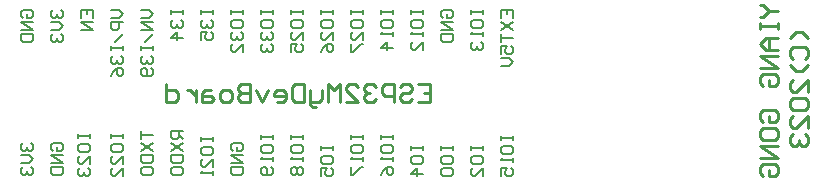
<source format=gbo>
G04*
G04 #@! TF.GenerationSoftware,Altium Limited,Altium Designer,23.1.1 (15)*
G04*
G04 Layer_Color=32896*
%FSLAX44Y44*%
%MOMM*%
G71*
G04*
G04 #@! TF.SameCoordinates,EB36885D-2DDF-469F-ABB7-EBECF6A50CA0*
G04*
G04*
G04 #@! TF.FilePolarity,Positive*
G04*
G01*
G75*
%ADD14C,0.1524*%
%ADD51C,0.2540*%
D14*
X37002Y51141D02*
X35309Y52834D01*
Y56219D01*
X37002Y57912D01*
X43773D01*
X45466Y56219D01*
Y52834D01*
X43773Y51141D01*
X40388D01*
Y54526D01*
X45466Y47755D02*
X35309D01*
X45466Y40984D01*
X35309D01*
Y37599D02*
X45466D01*
Y32520D01*
X43773Y30827D01*
X37002D01*
X35309Y32520D01*
Y37599D01*
X58169Y66294D02*
Y62908D01*
Y64601D01*
X68326D01*
Y66294D01*
Y62908D01*
X58169Y52752D02*
Y56137D01*
X59862Y57830D01*
X66633D01*
X68326Y56137D01*
Y52752D01*
X66633Y51059D01*
X59862D01*
X58169Y52752D01*
X68326Y40902D02*
Y47673D01*
X61555Y40902D01*
X59862D01*
X58169Y42595D01*
Y45981D01*
X59862Y47673D01*
Y37517D02*
X58169Y35824D01*
Y32438D01*
X59862Y30745D01*
X61555D01*
X63248Y32438D01*
Y34131D01*
Y32438D01*
X64940Y30745D01*
X66633D01*
X68326Y32438D01*
Y35824D01*
X66633Y37517D01*
X11602Y57912D02*
X9909Y56219D01*
Y52834D01*
X11602Y51141D01*
X13295D01*
X14988Y52834D01*
Y54526D01*
Y52834D01*
X16680Y51141D01*
X18373D01*
X20066Y52834D01*
Y56219D01*
X18373Y57912D01*
X9909Y47755D02*
X16680D01*
X20066Y44370D01*
X16680Y40984D01*
X9909D01*
X11602Y37599D02*
X9909Y35906D01*
Y32520D01*
X11602Y30827D01*
X13295D01*
X14988Y32520D01*
Y34213D01*
Y32520D01*
X16680Y30827D01*
X18373D01*
X20066Y32520D01*
Y35906D01*
X18373Y37599D01*
X86109Y66294D02*
Y62908D01*
Y64601D01*
X96266D01*
Y66294D01*
Y62908D01*
X86109Y52752D02*
Y56137D01*
X87802Y57830D01*
X94573D01*
X96266Y56137D01*
Y52752D01*
X94573Y51059D01*
X87802D01*
X86109Y52752D01*
X96266Y40902D02*
Y47673D01*
X89495Y40902D01*
X87802D01*
X86109Y42595D01*
Y45981D01*
X87802Y47673D01*
X96266Y30745D02*
Y37517D01*
X89495Y30745D01*
X87802D01*
X86109Y32438D01*
Y35824D01*
X87802Y37517D01*
X416309Y64516D02*
Y61130D01*
Y62823D01*
X426466D01*
Y64516D01*
Y61130D01*
X416309Y50974D02*
Y54359D01*
X418002Y56052D01*
X424773D01*
X426466Y54359D01*
Y50974D01*
X424773Y49281D01*
X418002D01*
X416309Y50974D01*
X426466Y45895D02*
Y42510D01*
Y44203D01*
X416309D01*
X418002Y45895D01*
X416309Y30660D02*
Y37431D01*
X421388D01*
X419695Y34046D01*
Y32353D01*
X421388Y30660D01*
X424773D01*
X426466Y32353D01*
Y35739D01*
X424773Y37431D01*
X314709Y64770D02*
Y61384D01*
Y63077D01*
X324866D01*
Y64770D01*
Y61384D01*
X314709Y51228D02*
Y54613D01*
X316402Y56306D01*
X323173D01*
X324866Y54613D01*
Y51228D01*
X323173Y49535D01*
X316402D01*
X314709Y51228D01*
X324866Y46149D02*
Y42764D01*
Y44457D01*
X314709D01*
X316402Y46149D01*
X314709Y30914D02*
X316402Y34300D01*
X319788Y37685D01*
X323173D01*
X324866Y35993D01*
Y32607D01*
X323173Y30914D01*
X321480D01*
X319788Y32607D01*
Y37685D01*
X340109Y56134D02*
Y52748D01*
Y54441D01*
X350266D01*
Y56134D01*
Y52748D01*
X340109Y42592D02*
Y45977D01*
X341802Y47670D01*
X348573D01*
X350266Y45977D01*
Y42592D01*
X348573Y40899D01*
X341802D01*
X340109Y42592D01*
X350266Y32435D02*
X340109D01*
X345188Y37513D01*
Y30742D01*
X365509Y56134D02*
Y52748D01*
Y54441D01*
X375666D01*
Y56134D01*
Y52748D01*
X365509Y42592D02*
Y45977D01*
X367202Y47670D01*
X373973D01*
X375666Y45977D01*
Y42592D01*
X373973Y40899D01*
X367202D01*
X365509Y42592D01*
X367202Y37513D02*
X365509Y35821D01*
Y32435D01*
X367202Y30742D01*
X373973D01*
X375666Y32435D01*
Y35821D01*
X373973Y37513D01*
X367202D01*
X390909Y56134D02*
Y52748D01*
Y54441D01*
X401066D01*
Y56134D01*
Y52748D01*
X390909Y42592D02*
Y45977D01*
X392602Y47670D01*
X399373D01*
X401066Y45977D01*
Y42592D01*
X399373Y40899D01*
X392602D01*
X390909Y42592D01*
X401066Y30742D02*
Y37513D01*
X394295Y30742D01*
X392602D01*
X390909Y32435D01*
Y35821D01*
X392602Y37513D01*
X213109Y64770D02*
Y61384D01*
Y63077D01*
X223266D01*
Y64770D01*
Y61384D01*
X213109Y51228D02*
Y54613D01*
X214802Y56306D01*
X221573D01*
X223266Y54613D01*
Y51228D01*
X221573Y49535D01*
X214802D01*
X213109Y51228D01*
X223266Y46149D02*
Y42764D01*
Y44457D01*
X213109D01*
X214802Y46149D01*
X221573Y37685D02*
X223266Y35993D01*
Y32607D01*
X221573Y30914D01*
X214802D01*
X213109Y32607D01*
Y35993D01*
X214802Y37685D01*
X216495D01*
X218188Y35993D01*
Y30914D01*
X238509Y64770D02*
Y61384D01*
Y63077D01*
X248666D01*
Y64770D01*
Y61384D01*
X238509Y51228D02*
Y54613D01*
X240202Y56306D01*
X246973D01*
X248666Y54613D01*
Y51228D01*
X246973Y49535D01*
X240202D01*
X238509Y51228D01*
X248666Y46149D02*
Y42764D01*
Y44457D01*
X238509D01*
X240202Y46149D01*
Y37685D02*
X238509Y35993D01*
Y32607D01*
X240202Y30914D01*
X241895D01*
X243588Y32607D01*
X245280Y30914D01*
X246973D01*
X248666Y32607D01*
Y35993D01*
X246973Y37685D01*
X245280D01*
X243588Y35993D01*
X241895Y37685D01*
X240202D01*
X243588Y35993D02*
Y32607D01*
X263909Y56134D02*
Y52748D01*
Y54441D01*
X274066D01*
Y56134D01*
Y52748D01*
X263909Y42592D02*
Y45977D01*
X265602Y47670D01*
X272373D01*
X274066Y45977D01*
Y42592D01*
X272373Y40899D01*
X265602D01*
X263909Y42592D01*
Y30742D02*
Y37513D01*
X268988D01*
X267295Y34128D01*
Y32435D01*
X268988Y30742D01*
X272373D01*
X274066Y32435D01*
Y35821D01*
X272373Y37513D01*
X289309Y64770D02*
Y61384D01*
Y63077D01*
X299466D01*
Y64770D01*
Y61384D01*
X289309Y51228D02*
Y54613D01*
X291002Y56306D01*
X297773D01*
X299466Y54613D01*
Y51228D01*
X297773Y49535D01*
X291002D01*
X289309Y51228D01*
X299466Y46149D02*
Y42764D01*
Y44457D01*
X289309D01*
X291002Y46149D01*
X289309Y37685D02*
Y30914D01*
X291002D01*
X297773Y37685D01*
X299466D01*
X111509Y68072D02*
Y61301D01*
Y64686D01*
X121666D01*
X111509Y57915D02*
X121666Y51144D01*
X111509D02*
X121666Y57915D01*
X111509Y47759D02*
X121666D01*
Y42680D01*
X119973Y40987D01*
X113202D01*
X111509Y42680D01*
Y47759D01*
X113202Y37602D02*
X111509Y35909D01*
Y32524D01*
X113202Y30831D01*
X119973D01*
X121666Y32524D01*
Y35909D01*
X119973Y37602D01*
X113202D01*
X147066Y68072D02*
X136909D01*
Y62994D01*
X138602Y61301D01*
X141988D01*
X143680Y62994D01*
Y68072D01*
Y64686D02*
X147066Y61301D01*
X136909Y57915D02*
X147066Y51144D01*
X136909D02*
X147066Y57915D01*
X136909Y47759D02*
X147066D01*
Y42680D01*
X145373Y40987D01*
X138602D01*
X136909Y42680D01*
Y47759D01*
X138602Y37602D02*
X136909Y35909D01*
Y32524D01*
X138602Y30831D01*
X145373D01*
X147066Y32524D01*
Y35909D01*
X145373Y37602D01*
X138602D01*
X162309Y62992D02*
Y59606D01*
Y61299D01*
X172466D01*
Y62992D01*
Y59606D01*
X162309Y49450D02*
Y52835D01*
X164002Y54528D01*
X170773D01*
X172466Y52835D01*
Y49450D01*
X170773Y47757D01*
X164002D01*
X162309Y49450D01*
X172466Y37600D02*
Y44371D01*
X165695Y37600D01*
X164002D01*
X162309Y39293D01*
Y42679D01*
X164002Y44371D01*
X172466Y34215D02*
Y30829D01*
Y32522D01*
X162309D01*
X164002Y34215D01*
X189402Y51141D02*
X187709Y52834D01*
Y56219D01*
X189402Y57912D01*
X196173D01*
X197866Y56219D01*
Y52834D01*
X196173Y51141D01*
X192788D01*
Y54526D01*
X197866Y47755D02*
X187709D01*
X197866Y40984D01*
X187709D01*
Y37599D02*
X197866D01*
Y32520D01*
X196173Y30827D01*
X189402D01*
X187709Y32520D01*
Y37599D01*
X416309Y164425D02*
Y171196D01*
X426466D01*
Y164425D01*
X421388Y171196D02*
Y167810D01*
X416309Y161039D02*
X426466Y154268D01*
X416309D02*
X426466Y161039D01*
X416309Y150883D02*
Y144111D01*
Y147497D01*
X426466D01*
X416309Y133955D02*
Y140726D01*
X421388D01*
X419695Y137340D01*
Y135647D01*
X421388Y133955D01*
X424773D01*
X426466Y135647D01*
Y139033D01*
X424773Y140726D01*
X416309Y130569D02*
X423080D01*
X426466Y127184D01*
X423080Y123798D01*
X416309D01*
X314709Y171196D02*
Y167810D01*
Y169503D01*
X324866D01*
Y171196D01*
Y167810D01*
X314709Y157654D02*
Y161039D01*
X316402Y162732D01*
X323173D01*
X324866Y161039D01*
Y157654D01*
X323173Y155961D01*
X316402D01*
X314709Y157654D01*
X324866Y152575D02*
Y149190D01*
Y150883D01*
X314709D01*
X316402Y152575D01*
X324866Y139033D02*
X314709D01*
X319788Y144111D01*
Y137340D01*
X340109Y171196D02*
Y167810D01*
Y169503D01*
X350266D01*
Y171196D01*
Y167810D01*
X340109Y157654D02*
Y161039D01*
X341802Y162732D01*
X348573D01*
X350266Y161039D01*
Y157654D01*
X348573Y155961D01*
X341802D01*
X340109Y157654D01*
X350266Y152575D02*
Y149190D01*
Y150883D01*
X340109D01*
X341802Y152575D01*
X350266Y137340D02*
Y144111D01*
X343495Y137340D01*
X341802D01*
X340109Y139033D01*
Y142419D01*
X341802Y144111D01*
X367202Y164425D02*
X365509Y166118D01*
Y169503D01*
X367202Y171196D01*
X373973D01*
X375666Y169503D01*
Y166118D01*
X373973Y164425D01*
X370588D01*
Y167810D01*
X375666Y161039D02*
X365509D01*
X375666Y154268D01*
X365509D01*
Y150883D02*
X375666D01*
Y145804D01*
X373973Y144111D01*
X367202D01*
X365509Y145804D01*
Y150883D01*
X390909Y171196D02*
Y167810D01*
Y169503D01*
X401066D01*
Y171196D01*
Y167810D01*
X390909Y157654D02*
Y161039D01*
X392602Y162732D01*
X399373D01*
X401066Y161039D01*
Y157654D01*
X399373Y155961D01*
X392602D01*
X390909Y157654D01*
X401066Y152575D02*
Y149190D01*
Y150883D01*
X390909D01*
X392602Y152575D01*
Y144111D02*
X390909Y142419D01*
Y139033D01*
X392602Y137340D01*
X394295D01*
X395988Y139033D01*
Y140726D01*
Y139033D01*
X397680Y137340D01*
X399373D01*
X401066Y139033D01*
Y142419D01*
X399373Y144111D01*
X213109Y171196D02*
Y167810D01*
Y169503D01*
X223266D01*
Y171196D01*
Y167810D01*
X213109Y157654D02*
Y161039D01*
X214802Y162732D01*
X221573D01*
X223266Y161039D01*
Y157654D01*
X221573Y155961D01*
X214802D01*
X213109Y157654D01*
X214802Y152575D02*
X213109Y150883D01*
Y147497D01*
X214802Y145804D01*
X216495D01*
X218188Y147497D01*
Y149190D01*
Y147497D01*
X219880Y145804D01*
X221573D01*
X223266Y147497D01*
Y150883D01*
X221573Y152575D01*
X214802Y142419D02*
X213109Y140726D01*
Y137340D01*
X214802Y135647D01*
X216495D01*
X218188Y137340D01*
Y139033D01*
Y137340D01*
X219880Y135647D01*
X221573D01*
X223266Y137340D01*
Y140726D01*
X221573Y142419D01*
X238509Y171196D02*
Y167810D01*
Y169503D01*
X248666D01*
Y171196D01*
Y167810D01*
X238509Y157654D02*
Y161039D01*
X240202Y162732D01*
X246973D01*
X248666Y161039D01*
Y157654D01*
X246973Y155961D01*
X240202D01*
X238509Y157654D01*
X248666Y145804D02*
Y152575D01*
X241895Y145804D01*
X240202D01*
X238509Y147497D01*
Y150883D01*
X240202Y152575D01*
X238509Y135647D02*
Y142419D01*
X243588D01*
X241895Y139033D01*
Y137340D01*
X243588Y135647D01*
X246973D01*
X248666Y137340D01*
Y140726D01*
X246973Y142419D01*
X263909Y171196D02*
Y167810D01*
Y169503D01*
X274066D01*
Y171196D01*
Y167810D01*
X263909Y157654D02*
Y161039D01*
X265602Y162732D01*
X272373D01*
X274066Y161039D01*
Y157654D01*
X272373Y155961D01*
X265602D01*
X263909Y157654D01*
X274066Y145804D02*
Y152575D01*
X267295Y145804D01*
X265602D01*
X263909Y147497D01*
Y150883D01*
X265602Y152575D01*
X263909Y135647D02*
X265602Y139033D01*
X268988Y142419D01*
X272373D01*
X274066Y140726D01*
Y137340D01*
X272373Y135647D01*
X270680D01*
X268988Y137340D01*
Y142419D01*
X289309Y171196D02*
Y167810D01*
Y169503D01*
X299466D01*
Y171196D01*
Y167810D01*
X289309Y157654D02*
Y161039D01*
X291002Y162732D01*
X297773D01*
X299466Y161039D01*
Y157654D01*
X297773Y155961D01*
X291002D01*
X289309Y157654D01*
X299466Y145804D02*
Y152575D01*
X292695Y145804D01*
X291002D01*
X289309Y147497D01*
Y150883D01*
X291002Y152575D01*
X289309Y142419D02*
Y135647D01*
X291002D01*
X297773Y142419D01*
X299466D01*
X111509Y171196D02*
X118280D01*
X121666Y167810D01*
X118280Y164425D01*
X111509D01*
X121666Y161039D02*
X111509D01*
X121666Y154268D01*
X111509D01*
X121666Y150883D02*
X114895Y144111D01*
X111509Y140726D02*
Y137340D01*
Y139033D01*
X121666D01*
Y140726D01*
Y137340D01*
X113202Y132262D02*
X111509Y130569D01*
Y127184D01*
X113202Y125491D01*
X114895D01*
X116588Y127184D01*
Y128876D01*
Y127184D01*
X118280Y125491D01*
X119973D01*
X121666Y127184D01*
Y130569D01*
X119973Y132262D01*
Y122105D02*
X121666Y120412D01*
Y117027D01*
X119973Y115334D01*
X113202D01*
X111509Y117027D01*
Y120412D01*
X113202Y122105D01*
X114895D01*
X116588Y120412D01*
Y115334D01*
X136909Y171196D02*
Y167810D01*
Y169503D01*
X147066D01*
Y171196D01*
Y167810D01*
X138602Y162732D02*
X136909Y161039D01*
Y157654D01*
X138602Y155961D01*
X140295D01*
X141988Y157654D01*
Y159347D01*
Y157654D01*
X143680Y155961D01*
X145373D01*
X147066Y157654D01*
Y161039D01*
X145373Y162732D01*
X147066Y147497D02*
X136909D01*
X141988Y152575D01*
Y145804D01*
X162309Y171196D02*
Y167810D01*
Y169503D01*
X172466D01*
Y171196D01*
Y167810D01*
X164002Y162732D02*
X162309Y161039D01*
Y157654D01*
X164002Y155961D01*
X165695D01*
X167388Y157654D01*
Y159347D01*
Y157654D01*
X169080Y155961D01*
X170773D01*
X172466Y157654D01*
Y161039D01*
X170773Y162732D01*
X162309Y145804D02*
Y152575D01*
X167388D01*
X165695Y149190D01*
Y147497D01*
X167388Y145804D01*
X170773D01*
X172466Y147497D01*
Y150883D01*
X170773Y152575D01*
X187709Y171196D02*
Y167810D01*
Y169503D01*
X197866D01*
Y171196D01*
Y167810D01*
X187709Y157654D02*
Y161039D01*
X189402Y162732D01*
X196173D01*
X197866Y161039D01*
Y157654D01*
X196173Y155961D01*
X189402D01*
X187709Y157654D01*
X189402Y152575D02*
X187709Y150883D01*
Y147497D01*
X189402Y145804D01*
X191095D01*
X192788Y147497D01*
Y149190D01*
Y147497D01*
X194480Y145804D01*
X196173D01*
X197866Y147497D01*
Y150883D01*
X196173Y152575D01*
X197866Y135647D02*
Y142419D01*
X191095Y135647D01*
X189402D01*
X187709Y137340D01*
Y140726D01*
X189402Y142419D01*
X86109Y171196D02*
X92880D01*
X96266Y167810D01*
X92880Y164425D01*
X86109D01*
X96266Y161039D02*
X86109D01*
Y155961D01*
X87802Y154268D01*
X91188D01*
X92880Y155961D01*
Y161039D01*
X96266Y150883D02*
X89495Y144111D01*
X86109Y140726D02*
Y137340D01*
Y139033D01*
X96266D01*
Y140726D01*
Y137340D01*
X87802Y132262D02*
X86109Y130569D01*
Y127184D01*
X87802Y125491D01*
X89495D01*
X91188Y127184D01*
Y128876D01*
Y127184D01*
X92880Y125491D01*
X94573D01*
X96266Y127184D01*
Y130569D01*
X94573Y132262D01*
X86109Y115334D02*
X87802Y118720D01*
X91188Y122105D01*
X94573D01*
X96266Y120412D01*
Y117027D01*
X94573Y115334D01*
X92880D01*
X91188Y117027D01*
Y122105D01*
X60709Y164425D02*
Y171196D01*
X70866D01*
Y164425D01*
X65788Y171196D02*
Y167810D01*
X70866Y161039D02*
X60709D01*
X70866Y154268D01*
X60709D01*
X37002Y171196D02*
X35309Y169503D01*
Y166118D01*
X37002Y164425D01*
X38695D01*
X40388Y166118D01*
Y167810D01*
Y166118D01*
X42080Y164425D01*
X43773D01*
X45466Y166118D01*
Y169503D01*
X43773Y171196D01*
X35309Y161039D02*
X42080D01*
X45466Y157654D01*
X42080Y154268D01*
X35309D01*
X37002Y150883D02*
X35309Y149190D01*
Y145804D01*
X37002Y144111D01*
X38695D01*
X40388Y145804D01*
Y147497D01*
Y145804D01*
X42080Y144111D01*
X43773D01*
X45466Y145804D01*
Y149190D01*
X43773Y150883D01*
X11602Y164425D02*
X9909Y166118D01*
Y169503D01*
X11602Y171196D01*
X18373D01*
X20066Y169503D01*
Y166118D01*
X18373Y164425D01*
X14988D01*
Y167810D01*
X20066Y161039D02*
X9909D01*
X20066Y154268D01*
X9909D01*
Y150883D02*
X20066D01*
Y145804D01*
X18373Y144111D01*
X11602D01*
X9909Y145804D01*
Y150883D01*
D51*
X346205Y108705D02*
X356362D01*
Y93470D01*
X346205D01*
X356362Y101088D02*
X351284D01*
X330970Y106166D02*
X333509Y108705D01*
X338588D01*
X341127Y106166D01*
Y103627D01*
X338588Y101088D01*
X333509D01*
X330970Y98549D01*
Y96010D01*
X333509Y93470D01*
X338588D01*
X341127Y96010D01*
X325892Y93470D02*
Y108705D01*
X318274D01*
X315735Y106166D01*
Y101088D01*
X318274Y98549D01*
X325892D01*
X310657Y106166D02*
X308118Y108705D01*
X303039D01*
X300500Y106166D01*
Y103627D01*
X303039Y101088D01*
X305578D01*
X303039D01*
X300500Y98549D01*
Y96010D01*
X303039Y93470D01*
X308118D01*
X310657Y96010D01*
X285265Y93470D02*
X295422D01*
X285265Y103627D01*
Y106166D01*
X287804Y108705D01*
X292882D01*
X295422Y106166D01*
X280187Y93470D02*
Y108705D01*
X275108Y103627D01*
X270030Y108705D01*
Y93470D01*
X264952Y103627D02*
Y96010D01*
X262412Y93470D01*
X254795D01*
Y90931D01*
X257334Y88392D01*
X259873D01*
X254795Y93470D02*
Y103627D01*
X249716Y108705D02*
Y93470D01*
X242099D01*
X239560Y96010D01*
Y106166D01*
X242099Y108705D01*
X249716D01*
X226864Y93470D02*
X231942D01*
X234481Y96010D01*
Y101088D01*
X231942Y103627D01*
X226864D01*
X224325Y101088D01*
Y98549D01*
X234481D01*
X219246Y103627D02*
X214168Y93470D01*
X209090Y103627D01*
X204011Y108705D02*
Y93470D01*
X196394D01*
X193855Y96010D01*
Y98549D01*
X196394Y101088D01*
X204011D01*
X196394D01*
X193855Y103627D01*
Y106166D01*
X196394Y108705D01*
X204011D01*
X186237Y93470D02*
X181159D01*
X178619Y96010D01*
Y101088D01*
X181159Y103627D01*
X186237D01*
X188776Y101088D01*
Y96010D01*
X186237Y93470D01*
X171002Y103627D02*
X165924D01*
X163384Y101088D01*
Y93470D01*
X171002D01*
X173541Y96010D01*
X171002Y98549D01*
X163384D01*
X158306Y103627D02*
Y93470D01*
Y98549D01*
X155767Y101088D01*
X153228Y103627D01*
X150688D01*
X132914Y108705D02*
Y93470D01*
X140532D01*
X143071Y96010D01*
Y101088D01*
X140532Y103627D01*
X132914D01*
X635767Y175006D02*
X638306D01*
X643384Y169928D01*
X638306Y164849D01*
X635767D01*
X643384Y169928D02*
X651002D01*
X635767Y159771D02*
Y154693D01*
Y157232D01*
X651002D01*
Y159771D01*
Y154693D01*
Y147075D02*
X640845D01*
X635767Y141997D01*
X640845Y136918D01*
X651002D01*
X643384D01*
Y147075D01*
X651002Y131840D02*
X635767D01*
X651002Y121683D01*
X635767D01*
X638306Y106448D02*
X635767Y108987D01*
Y114066D01*
X638306Y116605D01*
X648463D01*
X651002Y114066D01*
Y108987D01*
X648463Y106448D01*
X643384D01*
Y111526D01*
X638306Y75978D02*
X635767Y78517D01*
Y83596D01*
X638306Y86135D01*
X648463D01*
X651002Y83596D01*
Y78517D01*
X648463Y75978D01*
X643384D01*
Y81056D01*
X635767Y63282D02*
Y68361D01*
X638306Y70900D01*
X648463D01*
X651002Y68361D01*
Y63282D01*
X648463Y60743D01*
X638306D01*
X635767Y63282D01*
X651002Y55665D02*
X635767D01*
X651002Y45508D01*
X635767D01*
X638306Y30273D02*
X635767Y32812D01*
Y37890D01*
X638306Y40430D01*
X648463D01*
X651002Y37890D01*
Y32812D01*
X648463Y30273D01*
X643384D01*
Y35351D01*
X676656Y147068D02*
X671578Y152146D01*
X666499D01*
X661421Y147068D01*
X663960Y129293D02*
X661421Y131833D01*
Y136911D01*
X663960Y139450D01*
X674117D01*
X676656Y136911D01*
Y131833D01*
X674117Y129293D01*
X676656Y124215D02*
X671578Y119137D01*
X666499D01*
X661421Y124215D01*
X676656Y101362D02*
Y111519D01*
X666499Y101362D01*
X663960D01*
X661421Y103902D01*
Y108980D01*
X663960Y111519D01*
Y96284D02*
X661421Y93745D01*
Y88666D01*
X663960Y86127D01*
X674117D01*
X676656Y88666D01*
Y93745D01*
X674117Y96284D01*
X663960D01*
X676656Y70892D02*
Y81049D01*
X666499Y70892D01*
X663960D01*
X661421Y73432D01*
Y78510D01*
X663960Y81049D01*
Y65814D02*
X661421Y63275D01*
Y58196D01*
X663960Y55657D01*
X666499D01*
X669038Y58196D01*
Y60736D01*
Y58196D01*
X671578Y55657D01*
X674117D01*
X676656Y58196D01*
Y63275D01*
X674117Y65814D01*
M02*

</source>
